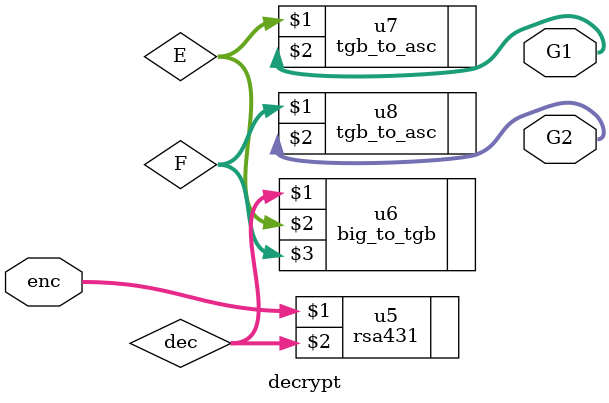
<source format=v>
module decrypt(input[13:0] enc ,output[6:0] G1,G2);
	wire[13:0] dec;
	wire[5:0] E,F;
	rsa431 u5(enc,dec);
	big_to_tgb u6(dec,E,F);
	tgb_to_asc u7(E,G1);
	tgb_to_asc u8(F,G2);
endmodule
</source>
